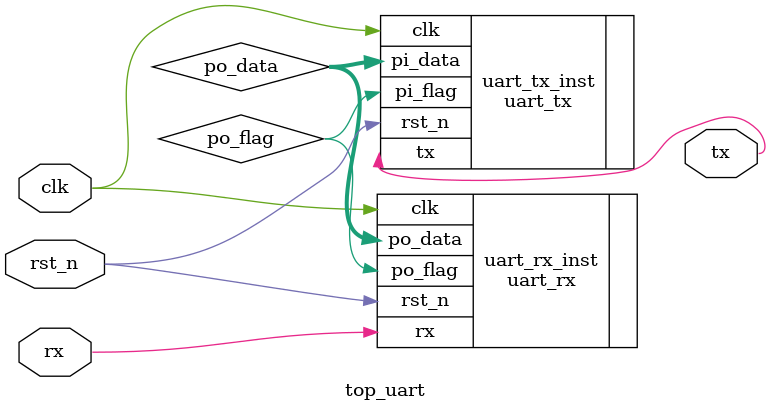
<source format=v>
`timescale 1ns / 1ps

module top_uart(
    input                               clk                        ,
    input                               rst_n                      ,
    input               rx,
    output tx
);
                                                                   
localparam clk_frequence = 5_000_000 ;
localparam baud_rate = 9600;
wire [7:0]  po_data;
wire po_flag;

uart_rx # (
    .clk_frequence(clk_frequence),
    .baud_rate(baud_rate)
  )
  uart_rx_inst (
    .clk(clk),
    .rst_n(rst_n),
    .rx(rx),
    .po_data(po_data),
    .po_flag(po_flag)
  );


  uart_tx # (
    .clk_frequence(clk_frequence),
    .baud_rate(baud_rate)
  )
  uart_tx_inst (
    .clk(clk),
    .rst_n(rst_n),
    .pi_data(po_data),
    .pi_flag(po_flag),
    .tx(tx)
  );
endmodule
</source>
